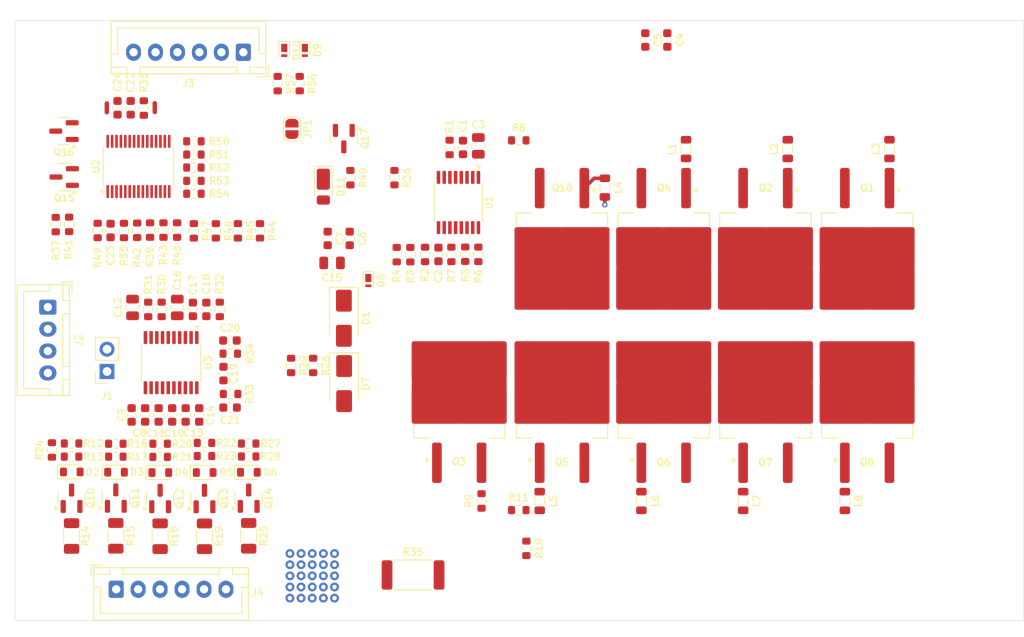
<source format=kicad_pcb>
(kicad_pcb (version 20240108) (generator "pcbnew") (generator_version "8.0")
  (layers (0 "F.Cu" signal) (31 "B.Cu" signal) (34 "B.Paste" user) (35 "F.Paste" user) (36 "B.SilkS" user "B.Silkscreen") (37 "F.SilkS" user "F.Silkscreen") (38 "B.Mask" user) (39 "F.Mask" user) (44 "Edge.Cuts" user))
  (net 0 "")
  (net 1 "Net-(U1-BAT)")
  (net 2 "GND")
  (net 3 "Net-(U1-PACK)")
  (net 4 "Net-(U1-VDDCP)")
  (net 5 "+BATT")
  (net 6 "Net-(C4-Pad2)")
  (net 7 "+PACK")
  (net 8 "Net-(C6-Pad1)")
  (net 9 "-PACK")
  (net 10 "Net-(U3-VC4)")
  (net 11 "Net-(U3-VC3)")
  (net 12 "Net-(U3-VC5)")
  (net 13 "Net-(U3-VC1)")
  (net 14 "Net-(U3-VC2)")
  (net 15 "Net-(U3-BAT)")
  (net 16 "Net-(U3-VC0)")
  (net 17 "VREGOUT")
  (net 18 "/BAT-AFE/CAP1")
  (net 19 "/BAT-AFE/BOOT")
  (net 20 "/BAT-AFE/ALERT")
  (net 21 "Net-(U3-SRP)")
  (net 22 "Net-(U3-SRN)")
  (net 23 "Net-(U2-BAT)")
  (net 24 "Net-(U2-RBI)")
  (net 25 "/BAT-AFE/C4")
  (net 26 "Net-(D2-K)")
  (net 27 "Net-(D3-K)")
  (net 28 "/BAT-AFE/C3")
  (net 29 "Net-(D4-K)")
  (net 30 "/BAT-AFE/C2")
  (net 31 "/BAT-AFE/C1")
  (net 32 "Net-(D5-K)")
  (net 33 "/BAT-AFE/BAT-")
  (net 34 "Net-(D6-K)")
  (net 35 "Net-(D7-K)")
  (net 36 "/BAT-AFE/C5")
  (net 37 "-BATT")
  (net 38 "Net-(D9-K)")
  (net 39 "Net-(D10-K)")
  (net 40 "Net-(D11-A)")
  (net 42 "Net-(J2-Pin_3)")
  (net 43 "Net-(J2-Pin_2)")
  (net 44 "Net-(J3-Pin_2)")
  (net 45 "Net-(J3-Pin_1)")
  (net 46 "Net-(J3-Pin_5)")
  (net 47 "Net-(J3-Pin_6)")
  (net 48 "Net-(J3-Pin_3)")
  (net 49 "Net-(J3-Pin_4)")
  (net 50 "Net-(JP1-A)")
  (net 51 "Net-(L1-Pad2)")
  (net 52 "Net-(Q1-G)")
  (net 53 "Net-(Q2-G)")
  (net 54 "Net-(Q4-G)")
  (net 55 "Net-(Q5-G)")
  (net 56 "Net-(Q6-G)")
  (net 57 "Net-(L5-Pad2)")
  (net 58 "Net-(Q7-G)")
  (net 59 "Net-(Q8-G)")
  (net 60 "Net-(U2-GPIO_A)")
  (net 61 "Net-(U2-GPIO_B)")
  (net 62 "/BAT-SWITCH/DRAIN")
  (net 63 "Net-(Q3-G)")
  (net 64 "Net-(Q3-S)")
  (net 65 "Net-(Q10-D)")
  (net 66 "Net-(Q11-D)")
  (net 67 "Net-(Q12-D)")
  (net 68 "Net-(Q13-D)")
  (net 69 "Net-(Q14-D)")
  (net 70 "Net-(Q15-D)")
  (net 71 "Net-(Q16-D)")
  (net 72 "Net-(Q16-G)")
  (net 73 "Net-(Q17-D)")
  (net 74 "Net-(Q17-G)")
  (net 75 "/BAT-SWITCH/DIVP")
  (net 76 "Net-(U1-PACKDIV)")
  (net 77 "Net-(U1-PCHG)")
  (net 78 "Net-(U1-CHG)")
  (net 79 "Net-(U1-DSG)")
  (net 80 "/BAT-AFE/SDA")
  (net 81 "/BAT-AFE/SCL")
  (net 82 "Net-(U2-~{MRST})")
  (net 83 "Net-(U2-SMBD)")
  (net 84 "Net-(U2-SMBC)")
  (net 85 "Net-(U2-~{DISP})")
  (net 86 "/BAT-SWITCH/PCHG_EN")
  (net 87 "/GAS-GAUGE-COMPANION/~{KEYIN}")
  (net 88 "Net-(U2-SMBA)")
  (net 89 "/BAT-SWITCH/CP_EN")
  (net 90 "/BAT-AFE/DSG")
  (net 93 "/BAT-SWITCH/PMON_EN")
  (net 95 "/BAT-AFE/CHG")
  (net 97 "/GAS-GAUGE-COMPANION/~{PRES}")
  (net 100 "Net-(Q18-G)")
  (footprint "Resistor_SMD:R_0603_1608Metric" (layer "F.Cu") (at 123.4348 93.1662 -90)
    (property "Reference" "R44")
    (property "Value" "1M")
  )
  (footprint "Resistor_SMD:R_0603_1608Metric" (layer "F.Cu") (at 138.7538 87.1088 -90)
    (property "Reference" "R36")
    (property "Value" "100K")
  )
  (footprint "Resistor_SMD:R_2512_6332Metric" (layer "F.Cu") (at 140.8684 132.3848)
    (property "Reference" "R35")
    (property "Value" "0.0015")
  )
  (footprint "Resistor_SMD:R_0603_1608Metric" (layer "F.Cu") (at 101.981 117.4019 180)
    (property "Reference" "R12")
    (property "Value" "10K")
  )
  (footprint "Inductor_SMD:L_0805_2012Metric" (layer "F.Cu") (at 178.458532 123.952 -90)
    (property "Reference" "L7")
    (property "Value" "600R")
  )
  (footprint "Diode_SMD:D_PowerDI-123" (layer "F.Cu") (at 130.6538 88.1288 -90)
    (property "Reference" "D11")
    (property "Value" "15V")
  )
  (footprint "Capacitor_SMD:C_0603_1608Metric" (layer "F.Cu") (at 167.3144 71.4161 -90)
    (property "Reference" "C5")
    (property "Value" "100n")
  )
  (footprint "Package_TO_SOT_SMD:TO-263-2" (layer "F.Cu") (at 157.83 95.948295 -90)
    (property "Reference" "Q18")
    (property "Value" "IRFS4115")
  )
  (footprint "Package_TO_SOT_SMD:TO-263-2" (layer "F.Cu") (at 157.83 111.948495 90)
    (property "Reference" "Q5")
    (property "Value" "IRFS4115")
  )
  (footprint "Diode_SMD:D_SOD-110" (layer "F.Cu") (at 122.1735 120.6863)
    (property "Reference" "D6")
    (property "Value" "5.6V")
  )
  (footprint "Resistor_SMD:R_0603_1608Metric" (layer "F.Cu") (at 100.1776 92.455 -90)
    (property "Reference" "R37")
    (property "Value" "300K")
  )
  (footprint "Package_TO_SOT_SMD:TO-263-2" (layer "F.Cu") (at 192.5828 95.948295 -90)
    (property "Reference" "Q1")
    (property "Value" "IRFS4115")
  )
  (footprint "Resistor_SMD:R_0603_1608Metric" (layer "F.Cu") (at 115.9134 82.9622 180)
    (property "Reference" "R50")
    (property "Value" "330K")
  )
  (footprint "Inductor_SMD:L_0805_2012Metric" (layer "F.Cu") (at 162.7124 88.2396 -90)
    (property "Reference" "L4")
    (property "Value" "600R")
  )
  (footprint "Capacitor_SMD:C_0603_1608Metric" (layer "F.Cu") (at 119.2784 109.4362 90)
    (property "Reference" "C19")
    (property "Value" "100n")
  )
  (footprint "Resistor_SMD:R_0603_1608Metric" (layer "F.Cu") (at 107.0215 117.4311 180)
    (property "Reference" "R16")
    (property "Value" "10K")
  )
  (footprint "Diode_SMD:D_SOD-110" (layer "F.Cu") (at 102.0035 120.6424)
    (property "Reference" "D2")
    (property "Value" "5.6V")
  )
  (footprint "Inductor_SMD:L_0805_2012Metric" (layer "F.Cu") (at 155.29 123.952 -90)
    (property "Reference" "L5")
    (property "Value" "600R")
  )
  (footprint "Diode_SMD:Nexperia_DSN1608-2_1.6x0.8mm" (layer "F.Cu") (at 135.7766 98.827 -90)
    (property "Reference" "D8")
    (property "Value" "PTVS5V0Z1USK")
  )
  (footprint "Resistor_SMD:R_0603_1608Metric" (layer "F.Cu") (at 110.2106 79.1708 -90)
    (property "Reference" "R38")
    (property "Value" "100K")
  )
  (footprint "Resistor_SMD:R_0603_1608Metric" (layer "F.Cu") (at 115.9134 85.9526 180)
    (property "Reference" "R52")
    (property "Value" "330K")
  )
  (footprint "Resistor_SMD:R_0603_1608Metric" (layer "F.Cu") (at 99.7447 118.1385 90)
    (property "Reference" "R24")
    (property "Value" "1K")
  )
  (footprint "Capacitor_SMD:C_0805_2012Metric" (layer "F.Cu") (at 114.017699 101.8962 90)
    (property "Reference" "C16")
    (property "Value" "1u")
  )
  (footprint "Resistor_SMD:R_0603_1608Metric" (layer "F.Cu") (at 109.4486 93.1032 -90)
    (property "Reference" "R42")
    (property "Value" "100")
  )
  (footprint "Resistor_SMD:R_0603_1608Metric" (layer "F.Cu") (at 115.9134 88.936 180)
    (property "Reference" "R54")
    (property "Value" "330K")
  )
  (footprint "Resistor_SMD:R_0603_1608Metric" (layer "F.Cu") (at 139.0096 95.88 90)
    (property "Reference" "R4")
    (property "Value" "11.3K")
  )
  (footprint "Package_SO:TSSOP-30_4.4x7.8mm_P0.5mm" (layer "F.Cu") (at 109.601 85.8256 90)
    (property "Reference" "U2")
    (property "Value" "BQ78350DBT")
  )
  (footprint "Resistor_SMD:R_0603_1608Metric" (layer "F.Cu") (at 145.0294 83.6626 -90)
    (property "Reference" "R1")
    (property "Value" "100R")
  )
  (footprint "Resistor_SMD:R_0603_1608Metric" (layer "F.Cu") (at 152.908 124.9934)
    (property "Reference" "R11")
    (property "Value" "10M")
  )
  (footprint "Package_TO_SOT_SMD:SOT-23" (layer "F.Cu") (at 101.981 123.6434 90)
    (property "Reference" "Q10")
    (property "Value" "2N7002")
  )
  (footprint "Capacitor_SMD:C_0603_1608Metric" (layer "F.Cu") (at 110.35792 114.1476 -90)
    (property "Reference" "C8")
    (property "Value" "220n")
  )
  (footprint "Resistor_SMD:R_0603_1608Metric" (layer "F.Cu") (at 142.2354 95.8546 90)
    (property "Reference" "R2")
    (property "Value" "100R")
  )
  (footprint "Connector_JST:JST_XH_B6B-XH-A_1x06_P2.50mm_Vertical" (layer "F.Cu") (at 121.5406 72.8134 180)
    (property "Reference" "J3")
    (property "Value" "LED")
  )
  (footprint "Package_TO_SOT_SMD:SOT-23" (layer "F.Cu") (at 112.0648 123.6688 90)
    (property "Reference" "Q12")
    (property "Value" "2N7002")
  )
  (footprint "Resistor_SMD:R_0603_1608Metric" (layer "F.Cu") (at 101.7016 92.4296 -90)
    (property "Reference" "R41")
    (property "Value" "13.7K")
  )
  (footprint "Capacitor_SMD:C_0603_1608Metric" (layer "F.Cu") (at 120.028 113.3094 180)
    (property "Reference" "C21")
    (property "Value" "100n")
  )
  (footprint "Diode_SMD:Nexperia_DSN1608-2_1.6x0.8mm" (layer "F.Cu") (at 128.5494 72.6018 -90)
    (property "Reference" "D9")
    (property "Value" "PTVS5V0Z1USK")
  )
  (footprint "Resistor_SMD:R_0603_1608Metric" (layer "F.Cu") (at 127.9652 76.39 -90)
    (property "Reference" "R56")
    (property "Value" "49.9K")
  )
  (footprint "Resistor_SMD:R_0603_1608Metric" (layer "F.Cu") (at 107.0215 118.9043 180)
    (property "Reference" "R17")
    (property "Value" "1K")
  )
  (footprint "Inductor_SMD:L_0805_2012Metric" (layer "F.Cu") (at 195.1228 83.8454 90)
    (property "Reference" "L3")
    (property "Value" "600R")
  )
  (footprint "Diode_SMD:D_SMA" (layer "F.Cu") (at 132.9944 103.124 -90)
    (property "Reference" "D1")
    (property "Value" "D")
  )
  (footprint "Capacitor_SMD:C_0805_2012Metric" (layer "F.Cu") (at 131.6482 96.8248 180)
    (property "Reference" "C15")
    (property "Value" "4u7")
  )
  (footprint "Capacitor_SMD:C_0603_1608Metric" (layer "F.Cu") (at 107.2134 79.1454 90)
    (property "Reference" "C24")
    (property "Value" "100n")
  )
  (footprint "Package_TO_SOT_SMD:TO-263-2" (layer "F.Cu") (at 180.998532 111.948495 90)
    (property "Reference" "Q7")
    (property "Value" "IRFS4115")
  )
  (footprint "Resistor_SMD:R_0603_1608Metric" (layer "F.Cu") (at 122.151 117.4097 180)
    (property "Reference" "R27")
    (property "Value" "10K")
  )
  (footprint "Resistor_SMD:R_1206_3216Metric" (layer "F.Cu") (at 107.0215 127.9253 90)
    (property "Reference" "R15")
    (property "Value" "28.7")
  )
  (footprint "Package_TO_SOT_SMD:SOT-23" (layer "F.Cu") (at 101.1428 87.0335 180)
    (property "Reference" "Q15")
    (property "Value" "BSS84")
  )
  (footprint "Resistor_SMD:R_0603_1608Metric" (layer "F.Cu") (at 104.9528 93.1286 90)
    (property "Reference" "R49")
    (property "Value" "100K")
  )
  (footprint "Inductor_SMD:L_0805_2012Metric" (layer "F.Cu") (at 171.954266 83.8454 90)
    (property "Reference" "L1")
    (property "Value" "600R")
  )
  (footprint "Capacitor_SMD:C_0603_1608Metric" (layer "F.Cu") (at 111.89716 114.1476 -90)
    (property "Reference" "C11")
    (property "Value" "220n")
  )
  (footprint "Inductor_SMD:L_0805_2012Metric" (layer "F.Cu") (at 183.538532 83.8454 90)
    (property "Reference" "L2")
    (property "Value" "600R")
  )
  (footprint "Capacitor_SMD:C_0603_1608Metric" (layer "F.Cu") (at 115.797932 102.1212 90)
    (property "Reference" "C17")
    (property "Value" "4700p")
  )
  (footprint "Resistor_SMD:R_0603_1608Metric" (layer "F.Cu") (at 145.2326 95.8546 -90)
    (property "Reference" "R7")
    (property "Value" "0")
  )
  (footprint "Resistor_SMD:R_0603_1608Metric" (layer "F.Cu") (at 148.306 95.8424 -90)
    (property "Reference" "R6")
    (property "Value" "0")
  )
  (footprint "Package_TO_SOT_SMD:TO-263-2" (layer "F.Cu") (at 192.5828 111.948495 90)
    (property "Reference" "Q8")
    (property "Value" "IRFS4115")
  )
  (footprint "Capacitor_SMD:C_0603_1608Metric" (layer "F.Cu") (at 108.81868 114.1476 -90)
    (property "Reference" "C9")
    (property "Value" "220n")
  )
  (footprint "Resistor_SMD:R_0603_1608Metric" (layer "F.Cu") (at 115.9134 84.4678 180)
    (property "Reference" "R51")
    (property "Value" "330K")
  )
  (footprint "Resistor_SMD:R_0603_1608Metric" (layer "F.Cu") (at 153.7716 129.35 -90)
    (property "Reference" "R10")
    (property "Value" "10M")
  )
  (footprint "Diode_SMD:D_SOD-110" (layer "F.Cu") (at 117.1419 120.7117)
    (property "Reference" "D5")
    (property "Value" "5.6V")
  )
  (footprint "Capacitor_SMD:C_0603_1608Metric" (layer "F.Cu") (at 108.712 79.1454 90)
    (property "Reference" "C22")
    (property "Value" "100n")
  )
  (footprint "Capacitor_SMD:C_0603_1608Metric" (layer "F.Cu") (at 169.8244 71.4161 -90)
    (property "Reference" "C4")
    (property "Value" "100n")
  )
  (footprint "Capacitor_SMD:C_0603_1608Metric" (layer "F.Cu") (at 106.426 93.1286 90)
    (property "Reference" "C23")
    (property "Value" "3300p")
  )
  (footprint "Package_TO_SOT_SMD:TO-263-2" (layer "F.Cu") (at 180.998532 95.948295 -90)
    (property "Reference" "Q2")
    (property "Value" "IRFS4115")
  )
  (footprint "Capacitor_SMD:C_0603_1608Metric" (layer "F.Cu") (at 113.4364 114.1476 -90)
    (property "Reference" "C10")
    (property "Value" "220n")
  )
  (footprint "Package_TO_SOT_SMD:SOT-23" (layer "F.Cu") (at 122.151 123.6327 90)
    (property "Reference" "Q14")
    (property "Value" "2N7002")
  )
  (footprint "Resistor_SMD:R_0603_1608Metric" (layer "F.Cu") (at 112.237466 102.1212 -90)
    (property "Reference" "R30")
    (property "Value" "10K")
  )
  (footprint "Resistor_SMD:R_0603_1608Metric" (layer "F.Cu") (at 122.151 118.8829 180)
    (property "Reference" "R28")
    (property "Value" "1K")
  )
  (footprint "Package_TO_SOT_SMD:TO-263-2" (layer "F.Cu") (at 169.414266 111.948495 90)
    (property "Reference" "Q6")
    (property "Value" "IRFS4115")
  )
  (footprint "Diode_SMD:Nexperia_DSN1608-2_1.6x0.8mm" (layer "F.Cu") (at 126.1994 72.6018 -90)
    (property "Reference" "D10")
    (property "Value" "PTVS5V0Z1USK")
  )
  (footprint "Package_SO:TSSOP-20_4.4x6.5mm_P0.65mm" (layer "F.Cu") (at 113.3172 108.1863 -90)
    (property "Reference" "U3")
    (property "Value" "BQ76920PW")
  )
  (footprint "Capacitor_SMD:C_0603_1608Metric" (layer "F.Cu") (at 131.1448 94.0308 -90)
    (property "Reference" "C7")
    (property "Value" "100n")
  )
  (footprint "Resistor_SMD:R_0603_1608Metric" (layer "F.Cu") (at 118.8584 102.1212 -90)
    (property "Reference" "R32")
    (property "Value" "499K")
  )
  (footprint "Inductor_SMD:L_0805_2012Metric" (layer "F.Cu") (at 190.0428 123.952 -90)
    (property "Reference" "L8")
    (property "Value" "600R")
  )
  (footprint "NetTie:NetTie-2_SMD_Pad0.5mm" (layer "F.Cu") (at 111.4552 79.12 -90)
    (property "Reference" "NT1" (hide yes))
    (property "Value" "NetTie_2" (hide yes))
  )
  (footprint "Resistor_SMD:R_0603_1608Metric" (layer "F.Cu") (at 126.9798 108.5078 -90)
    (property "Reference" "R29")
    (property "Value" "100")
  )
  (footprint "Resistor_SMD:R_0603_1608Metric" (layer "F.Cu") (at 120.0912 111.76 180)
    (property "Reference" "R33")
    (property "Value" "100")
  )
  (footprint "Capacitor_SMD:C_0603_1608Metric" (layer "F.Cu") (at 114.97564 114.1476 -90)
    (property "Reference" "C13")
    (property "Value" "220n")
  )
  (footprint "NetTie:NetTie-2_SMD_Pad0.5mm" (layer "F.Cu") (at 105.9942 79.1454 -90)
    (property "Reference" "NT2" (hide yes))
    (property "Value" "NetTie_2" (hide yes))
  )
  (footprint "Capacitor_SMD:C_0805_2012Metric" (layer "F.Cu") (at 148.306 83.4848 90)
    (property "Reference" "C3")
    (property "Value" "2u2")
  )
  (footprint "Connector_JST:JST_XH_B6B-XH-A_1x06_P2.50mm_Vertical" (layer "F.Cu") (at 107.0648 134.015)
    (property "Reference" "J4")
    (property "Value" "Conn_01x06")
  )
  (footprint "Resistor_SMD:R_0603_1608Metric" (layer "F.Cu") (at 112.4458 93.0778 -90)
    (property "Reference" "R43")
    (property "Value" "100")
  )
  (footprint "Resistor_SMD:R_0603_1608Metric" (layer "F.Cu") (at 125.4552 76.39 -90)
    (property "Reference" "R57")
    (property "Value" "195K")
  )
  (footprint "Resistor_SMD:R_0603_1608Metric" (layer "F.Cu") (at 112.0648 117.4273 180)
    (property "Reference" "R20")
    (property "Value" "10K")
  )
  (footprint "Package_TO_SOT_SMD:TO-263-2" (layer "F.Cu") (at 146.1262 111.948495 90)
    (property "Reference" "Q3")
    (property "Value" "IRFS4115")
  )
  (footprint "Resistor_SMD:R_0603_1608Metric" (layer "F.Cu") (at 120.0526 107.1626 180)
    (property "Reference" "R34")
    (property "Value" "100")
  )
  (footprint "Resistor_SMD:R_0603_1608Metric" (layer "F.Cu") (at 118.4148 93.1662 -90)
    (property "Reference" "R46")
    (property "Value" "100")
  )
  (footprint "Resistor_SMD:R_0603_1608Metric" (layer "F.Cu") (at 146.8074 95.8292 -90)
    (property "Reference" "R5")
    (property "Value" "0")
  )
  (footprint "Resistor_SMD:R_0603_1608Metric" (layer "F.Cu") (at 117.1194 117.3335 180)
    (property "Reference" "R22")
    (property "Value" "10K")
  )
  (footprint "Capacitor_SMD:C_0603_1608Metric" (layer "F.Cu") (at 143.7594 95.8546 -90)
    (property "Reference" "C2")
    (property "Value" "10n")
  )
  (footprint "Resistor_SMD:R_0603_1608Metric" (layer "F.Cu") (at 107.95 93.1286 90)
    (property "Reference" "R55")
    (property "Value" "100K")
  )
  (footprint "Capacitor_SMD:C_0603_1608Metric" (layer "F.Cu") (at 120.015 105.664)
    (property "Reference" "C20")
    (property "Value" "100n")
  )
  (footprint "Resistor_SMD:R_0603_1608Metric" (layer "F.Cu") (at 112.0648 118.9259 180)
    (property "Reference" "R21")
    (property "Value" "1K")
  )
  (footprint "Jumper:SolderJumper-2_P1.3mm_Open_RoundedPad1.0x1.5mm" (layer "F.Cu") (at 127.0762 81.5434 -90)
    (property "Reference" "JP1")
    (property "Value" "PRECH_EN")
  )
  (footprint "Resistor_SMD:R_0603_1608Metric" (layer "F.Cu") (at 129.4898 108.5078 -90)
    (property "Reference" "R26")
    (property "Value" "10K")
  )
  (footprint "Resistor_SMD:R_0603_1608Metric" (layer "F.Cu") (at 110.707233 102.1212 -90)
    (property "Reference" "R31")
    (property "Value" "10K")
  )
  (footprint "Resistor_SMD:R_0603_1608Metric" (layer "F.Cu") (at 113.9952 93.0778 90)
    (property "Reference" "R48")
    (property "Value" "221K")
  )
  (footprint "Resistor_SMD:R_0603_1608Metric" (layer "F.Cu") (at 101.981 118.9005 180)
    (property "Reference" "R13")
    (property "Value" "1K")
  )
  (footprint "Diode_SMD:D_SOD-110" (layer "F.Cu") (at 112.0873 120.7186)
    (property "Reference" "D4")
    (property "Value" "5.6V")
  )
  (footprint "Package_TO_SOT_SMD:SOT-23" (layer "F.Cu") (at 117.1194 123.6726 90)
    (property "Reference" "Q13")
    (property "Value" "2N7002")
  )
  (footprint "Resistor_SMD:R_1206_3216Metric" (layer "F.Cu") (at 112.0648 127.9723 90)
    (property "Reference" "R18")
    (property "Value" "28.7")
  )
  (footprint "Resistor_SMD:R_0603_1608Metric" (layer "F.Cu") (at 152.908 82.8548)
    (property "Reference" "R8")
    (property "Value" "10M")
  )
  (footprint "Connector_PinSocket_2.54mm:PinSocket_1x02_P2.54mm_Vertical" (layer "F.Cu") (at 106.0196 109.1946 180)
    (property "Reference" "J1")
    (property "Value" "Thermistor")
  )
  (footprint "Package_TO_SOT_SMD:TO-263-2" (layer "F.Cu") (at 169.414266 95.948295 -90)
    (property "Reference" "Q4")
    (property "Value" "IRFS4115")
  )
  (footprint "Capacitor_SMD:C_0805_2012Metric" (layer "F.Cu") (at 108.927 101.8962 90)
    (property "Reference" "C12")
    (property "Value" "2u2")
  )
  (footprint "Resistor_SMD:R_0603_1608Metric" (layer "F.Cu") (at 140.559 95.88 -90)
    (property "Reference" "R3")
    (property "Value" "300K")
  )
  (footprint "Diode_SMD:D_SMA" (layer "F.Cu") (at 133.0198 110.5728 -90)
    (property "Reference" "D7")
    (property "Value" "D")
  )
  (footprint "Capacitor_SMD:C_0603_1608Metric" (layer "F.Cu") (at 117.328165 102.1212 90)
    (property "Reference" "C18")
    (property "Value" "470p")
  )
  (footprint "Resistor_SMD:R_1206_3216Metric" (layer "F.Cu") (at 101.981 127.9469 90)
    (property "Reference" "R14")
    (property "Value" "28.7")
  )
  (footprint "Resistor_SMD:R_0603_1608Metric" (layer "F.Cu") (at 115.9048 93.1662 -90)
    (property "Reference" "R47")
    (property "Value" "100")
  )
  (footprint "Package_TO_SOT_SMD:SOT-23" (layer "F.Cu") (at 101.1174 81.8011 180)
    (property "Reference" "Q16")
    (property "Value" "2N7002")
  )
  (footprint "Resistor_SMD:R_0603_1608Metric" (layer "F.Cu") (at 110.9218 93.0778 -90)
    (property "Reference" "R39")
    (property "Value" "1M")
  )
  (footprint "Resistor_SMD:R_0603_1608Metric" (layer "F.Cu") (at 133.7338 87.1088 -90)
    (property "Reference" "R40")
    (property "Value" "100K")
  )
  (footprint "Resistor_SMD:R_0603_1608Metric" (layer "F.Cu") (at 148.6662 123.952 90)
    (property "Reference" "R9")
    (property "Value" "1K")
  )
  (footprint "Capacitor_SMD:C_0603_1608Metric" (layer "F.Cu") (at 133.6548 94.0308 -90)
    (property "Reference" "C6")
    (property "Value" "100n")
  )
  (footprint "Resistor_SMD:R_0603_1608Metric" (layer "F.Cu") (at 120.9248 93.1662 -90)
    (property "Reference" "R45")
    (property "Value" "1M")
  )
  (footprint "Inductor_SMD:L_0805_2012Metric" (layer "F.Cu") (at 166.874266 123.952 -90)
    (property "Reference" "L6")
    (property "Value" "600R")
  )
  (footprint "Diode_SMD:D_SOD-110" (layer "F.Cu") (at 107.044 120.6716)
    (property "Reference" "D3")
    (property "Value" "5.6V")
  )
  (footprint "Package_SO:TSSOP-16_4.4x5mm_P0.65mm" (layer "F.Cu") (at 146.0412 89.9355 -90)
    (property "Reference" "U1")
    (property "Value" "BQ76200PW")
  )
  (footprint "Capacitor_SMD:C_0603_1608Metric" (layer "F.Cu") (at 116.51488 114.1476 -90)
    (property "Reference" "C14")
    (property "Value" "220n")
  )
  (footprint "Resistor_SMD:R_0603_1608Metric" (layer "F.Cu") (at 117.1194 118.8321 180)
    (property "Reference" "R23")
    (property "Value" "1K")
  )
  (footprint "Resistor_SMD:R_0603_1608Metric" (layer "F.Cu") (at 115.9134 87.4674 180)
    (property "Reference" "R53")
    (property "Value" "330K")
  )
  (footprint "Capacitor_SMD:C_0603_1608Metric" (layer "F.Cu") (at 146.5534 83.6626 90)
    (property "Reference" "C1")
    (property "Value" "10n")
  )
  (footprint "Package_TO_SOT_SMD:SOT-23" (layer "F.Cu") (at 107.0215 123.6218 90)
    (property "Reference" "Q11")
    (property "Value" "2N7002")
  )
  (footprint "Package_TO_SOT_SMD:SOT-23" (layer "F.Cu") (at 132.9838 82.6588 -90)
    (property "Reference" "Q17")
    (property "Value" "2N7002")
  )
  (footprint "Connector_JST:JST_XH_B4B-XH-A_1x04_P2.50mm_Vertical" (layer "F.Cu") (at 99.2802 101.8632 -90)
    (property "Reference" "J2")
    (property "Value" "Conn_01x04")
  )
  (footprint "Resistor_SMD:R_1206_3216Metric" (layer "F.Cu") (at 117.1194 127.9761 90)
    (property "Reference" "R19")
    (property "Value" "28.7")
  )
  (footprint "Resistor_SMD:R_1206_3216Metric" (layer "F.Cu") (at 122.151 127.9253 90)
    (property "Reference" "R25")
    (property "Value" "28.7")
  )
  (gr_rect (start 95.5362 69.2074) (end 210.4204 137.5588) (stroke (width 0.05)) (fill none) (layer "Edge.Cuts"))
  (via (at 126.8476 129.9464) (size 1) (drill 0.5) (layers "F.Cu" "B.Cu") (net 31))
  (via (at 131.9276 132.4864) (size 1) (drill 0.5) (layers "F.Cu" "B.Cu") (net 31))
  (via (at 131.9276 129.9464) (size 1) (drill 0.5) (layers "F.Cu" "B.Cu") (net 31))
  (via (at 131.9276 131.2164) (size 1) (drill 0.5) (layers "F.Cu" "B.Cu") (net 31))
  (via (at 129.3876 129.9464) (size 1) (drill 0.5) (layers "F.Cu" "B.Cu") (net 31))
  (via (at 130.6576 135.0264) (size 1) (drill 0.5) (layers "F.Cu" "B.Cu") (net 31))
  (via (at 129.3876 132.4864) (size 1) (drill 0.5) (layers "F.Cu" "B.Cu") (net 31))
  (via (at 130.6576 129.9464) (size 1) (drill 0.5) (layers "F.Cu" "B.Cu") (net 31))
  (via (at 129.3876 131.2164) (size 1) (drill 0.5) (layers "F.Cu" "B.Cu") (net 31))
  (via (at 129.3876 135.0264) (size 1) (drill 0.5) (layers "F.Cu" "B.Cu") (net 31))
  (via (at 131.9276 133.7564) (size 1) (drill 0.5) (layers "F.Cu" "B.Cu") (net 31))
  (via (at 126.8476 133.7564) (size 1) (drill 0.5) (layers "F.Cu" "B.Cu") (net 31))
  (via (at 130.6576 131.2164) (size 1) (drill 0.5) (layers "F.Cu" "B.Cu") (net 31))
  (via (at 128.1176 129.9464) (size 1) (drill 0.5) (layers "F.Cu" "B.Cu") (net 31))
  (via (at 128.1176 132.4864) (size 1) (drill 0.5) (layers "F.Cu" "B.Cu") (net 31))
  (via (at 128.1176 133.7564) (size 1) (drill 0.5) (layers "F.Cu" "B.Cu") (net 31))
  (via (at 130.6576 133.7564) (size 1) (drill 0.5) (layers "F.Cu" "B.Cu") (net 31))
  (via (at 126.8476 135.0264) (size 1) (drill 0.5) (layers "F.Cu" "B.Cu") (net 31))
  (via (at 128.1176 131.2164) (size 1) (drill 0.5) (layers "F.Cu" "B.Cu") (net 31))
  (via (at 130.6576 132.4864) (size 1) (drill 0.5) (layers "F.Cu" "B.Cu") (net 31))
  (via (at 131.9276 135.0264) (size 1) (drill 0.5) (layers "F.Cu" "B.Cu") (net 31))
  (via (at 128.1176 135.0264) (size 1) (drill 0.5) (layers "F.Cu" "B.Cu") (net 31))
  (via (at 126.8476 131.2164) (size 1) (drill 0.5) (layers "F.Cu" "B.Cu") (net 31))
  (via (at 129.3876 133.7564) (size 1) (drill 0.5) (layers "F.Cu" "B.Cu") (net 31))
  (via (at 126.8476 132.4864) (size 1) (drill 0.5) (layers "F.Cu" "B.Cu") (net 31))
  (segment (start 162.7124 89.3021) (end 162.7124 90.1954) (width 0.4) (layer "F.Cu") (net 51))
  (via (at 162.7124 90.1954) (size 0.6) (drill 0.3) (layers "F.Cu" "B.Cu") (net 51))
  (segment (start 161.491195 87.1771) (end 160.37 88.298295) (width 0.4) (layer "F.Cu") (net 100))
  (segment (start 162.7124 87.1771) (end 161.491195 87.1771) (width 0.4) (layer "F.Cu") (net 100))
)
</source>
